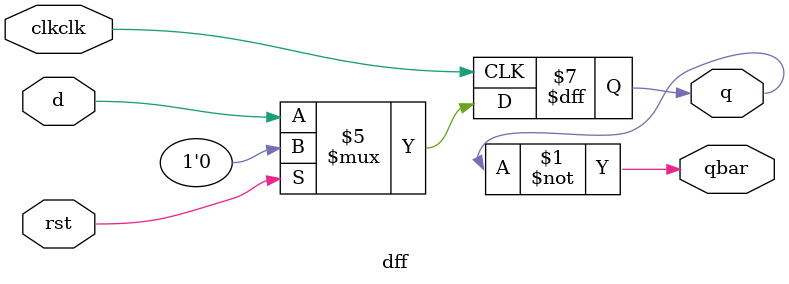
<source format=v>
module dff(clkclk, d, q, qbar, rst);
//rising clock-edge dff with active high synchronous reset
  input clkclk, rst, d;
  output reg q;
  output qbar;
  assign qbar = ~q;
  always @(posedge clkclk)
    if (rst == 1'b1) q <= 1'b0;
    else q <= d;
endmodule
</source>
